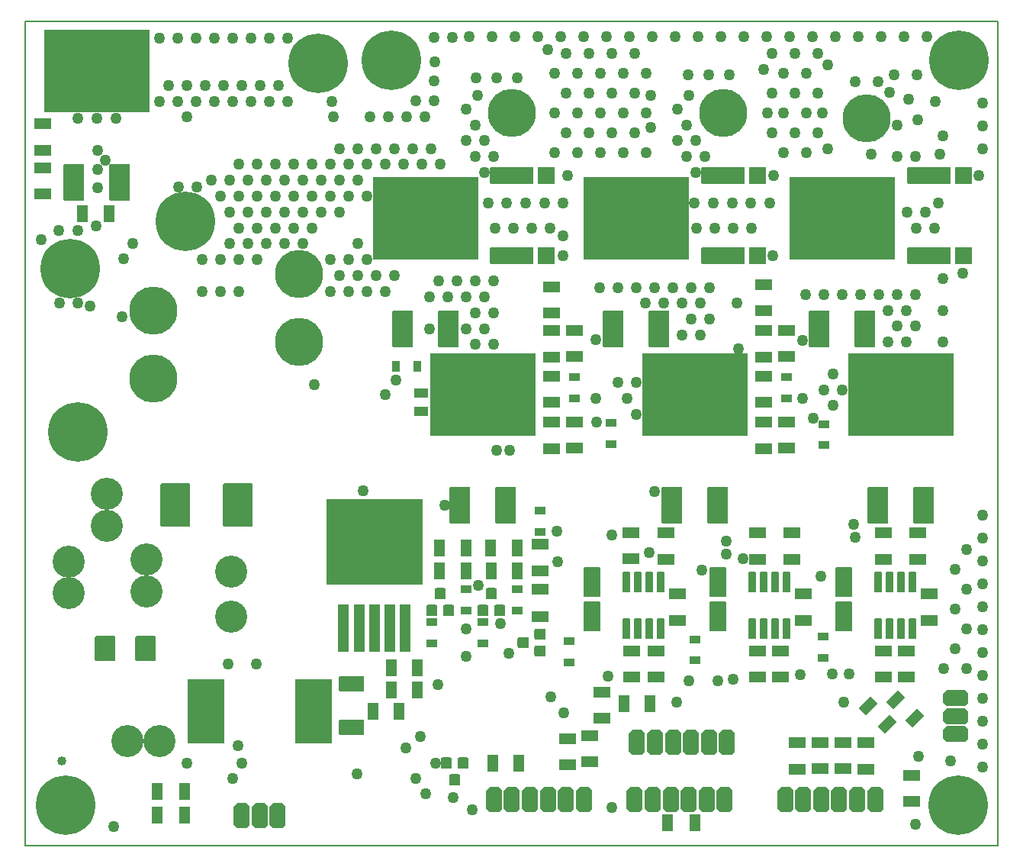
<source format=gbr>
G04 PROTEUS RS274X GERBER FILE*
%FSLAX45Y45*%
%MOMM*%
G01*
%ADD56C,1.270000*%
%ADD18C,1.016000*%
%AMPPAD051*
4,1,36,
2.413000,0.825500,
2.413000,-0.825500,
2.410470,-0.851470,
2.403200,-0.875480,
2.391650,-0.897080,
2.376290,-0.915790,
2.357570,-0.931150,
2.335980,-0.942700,
2.311970,-0.949970,
2.286000,-0.952500,
-2.286000,-0.952500,
-2.311970,-0.949970,
-2.335980,-0.942700,
-2.357570,-0.931150,
-2.376290,-0.915790,
-2.391650,-0.897080,
-2.403200,-0.875480,
-2.410470,-0.851470,
-2.413000,-0.825500,
-2.413000,0.825500,
-2.410470,0.851470,
-2.403200,0.875480,
-2.391650,0.897080,
-2.376290,0.915790,
-2.357570,0.931150,
-2.335980,0.942700,
-2.311970,0.949970,
-2.286000,0.952500,
2.286000,0.952500,
2.311970,0.949970,
2.335980,0.942700,
2.357570,0.931150,
2.376290,0.915790,
2.391650,0.897080,
2.403200,0.875480,
2.410470,0.851470,
2.413000,0.825500,
0*%
%ADD57PPAD051*%
%AMPPAD052*
4,1,36,
0.952500,0.825500,
0.952500,-0.825500,
0.949970,-0.851470,
0.942700,-0.875480,
0.931150,-0.897080,
0.915790,-0.915790,
0.897070,-0.931150,
0.875480,-0.942700,
0.851470,-0.949970,
0.825500,-0.952500,
-0.825500,-0.952500,
-0.851470,-0.949970,
-0.875480,-0.942700,
-0.897070,-0.931150,
-0.915790,-0.915790,
-0.931150,-0.897080,
-0.942700,-0.875480,
-0.949970,-0.851470,
-0.952500,-0.825500,
-0.952500,0.825500,
-0.949970,0.851470,
-0.942700,0.875480,
-0.931150,0.897080,
-0.915790,0.915790,
-0.897070,0.931150,
-0.875480,0.942700,
-0.851470,0.949970,
-0.825500,0.952500,
0.825500,0.952500,
0.851470,0.949970,
0.875480,0.942700,
0.897070,0.931150,
0.915790,0.915790,
0.931150,0.897080,
0.942700,0.875480,
0.949970,0.851470,
0.952500,0.825500,
0*%
%ADD58PPAD052*%
%ADD59C,5.334000*%
%AMPPAD054*
4,1,4,
-0.571500,2.603500,
0.571500,2.603500,
0.571500,-2.603500,
-0.571500,-2.603500,
-0.571500,2.603500,
0*%
%ADD60PPAD054*%
%AMPPAD055*
4,1,4,
-5.372100,-4.775200,
-5.372100,4.775200,
5.372100,4.775200,
5.372100,-4.775200,
-5.372100,-4.775200,
0*%
%ADD61PPAD055*%
%AMPPAD056*
4,1,36,
-1.905000,3.556000,
1.905000,3.556000,
1.930970,3.553470,
1.954980,3.546200,
1.976580,3.534650,
1.995290,3.519290,
2.010650,3.500570,
2.022200,3.478980,
2.029470,3.454970,
2.032000,3.429000,
2.032000,-3.429000,
2.029470,-3.454970,
2.022200,-3.478980,
2.010650,-3.500570,
1.995290,-3.519290,
1.976580,-3.534650,
1.954980,-3.546200,
1.930970,-3.553470,
1.905000,-3.556000,
-1.905000,-3.556000,
-1.930970,-3.553470,
-1.954980,-3.546200,
-1.976580,-3.534650,
-1.995290,-3.519290,
-2.010650,-3.500570,
-2.022200,-3.478980,
-2.029470,-3.454970,
-2.032000,-3.429000,
-2.032000,3.429000,
-2.029470,3.454970,
-2.022200,3.478980,
-2.010650,3.500570,
-1.995290,3.519290,
-1.976580,3.534650,
-1.954980,3.546200,
-1.930970,3.553470,
-1.905000,3.556000,
0*%
%ADD62PPAD056*%
%AMPPAD057*
4,1,36,
-1.397000,-0.736600,
-1.397000,0.736600,
-1.394470,0.762570,
-1.387200,0.786580,
-1.375650,0.808180,
-1.360290,0.826890,
-1.341570,0.842250,
-1.319980,0.853800,
-1.295970,0.861070,
-1.270000,0.863600,
1.270000,0.863600,
1.295970,0.861070,
1.319980,0.853800,
1.341570,0.842250,
1.360290,0.826890,
1.375650,0.808180,
1.387200,0.786580,
1.394470,0.762570,
1.397000,0.736600,
1.397000,-0.736600,
1.394470,-0.762570,
1.387200,-0.786580,
1.375650,-0.808180,
1.360290,-0.826890,
1.341570,-0.842250,
1.319980,-0.853800,
1.295970,-0.861070,
1.270000,-0.863600,
-1.270000,-0.863600,
-1.295970,-0.861070,
-1.319980,-0.853800,
-1.341570,-0.842250,
-1.360290,-0.826890,
-1.375650,-0.808180,
-1.387200,-0.786580,
-1.394470,-0.762570,
-1.397000,-0.736600,
0*%
%ADD63PPAD057*%
%AMPPAD058*
4,1,4,
-0.571500,0.901700,
0.571500,0.901700,
0.571500,-0.901700,
-0.571500,-0.901700,
-0.571500,0.901700,
0*%
%ADD64PPAD058*%
%ADD65C,6.604000*%
%AMPPAD060*
4,1,4,
0.901700,0.571500,
0.901700,-0.571500,
-0.901700,-0.571500,
-0.901700,0.571500,
0.901700,0.571500,
0*%
%ADD66PPAD060*%
%AMPPAD061*
4,1,36,
0.317500,-1.143000,
-0.317500,-1.143000,
-0.343470,-1.140470,
-0.367480,-1.133200,
-0.389080,-1.121650,
-0.407790,-1.106290,
-0.423150,-1.087570,
-0.434700,-1.065980,
-0.441970,-1.041970,
-0.444500,-1.016000,
-0.444500,1.016000,
-0.441970,1.041970,
-0.434700,1.065980,
-0.423150,1.087570,
-0.407790,1.106290,
-0.389080,1.121650,
-0.367480,1.133200,
-0.343470,1.140470,
-0.317500,1.143000,
0.317500,1.143000,
0.343470,1.140470,
0.367480,1.133200,
0.389080,1.121650,
0.407790,1.106290,
0.423150,1.087570,
0.434700,1.065980,
0.441970,1.041970,
0.444500,1.016000,
0.444500,-1.016000,
0.441970,-1.041970,
0.434700,-1.065980,
0.423150,-1.087570,
0.407790,-1.106290,
0.389080,-1.121650,
0.367480,-1.133200,
0.343470,-1.140470,
0.317500,-1.143000,
0*%
%ADD67PPAD061*%
%AMPPAD062*
4,1,36,
-0.825500,1.651000,
0.825500,1.651000,
0.851470,1.648470,
0.875480,1.641200,
0.897080,1.629650,
0.915790,1.614290,
0.931150,1.595570,
0.942700,1.573980,
0.949970,1.549970,
0.952500,1.524000,
0.952500,-1.524000,
0.949970,-1.549970,
0.942700,-1.573980,
0.931150,-1.595570,
0.915790,-1.614290,
0.897080,-1.629650,
0.875480,-1.641200,
0.851470,-1.648470,
0.825500,-1.651000,
-0.825500,-1.651000,
-0.851470,-1.648470,
-0.875480,-1.641200,
-0.897080,-1.629650,
-0.915790,-1.614290,
-0.931150,-1.595570,
-0.942700,-1.573980,
-0.949970,-1.549970,
-0.952500,-1.524000,
-0.952500,1.524000,
-0.949970,1.549970,
-0.942700,1.573980,
-0.931150,1.595570,
-0.915790,1.614290,
-0.897080,1.629650,
-0.875480,1.641200,
-0.851470,1.648470,
-0.825500,1.651000,
0*%
%ADD68PPAD062*%
%AMPPAD063*
4,1,36,
0.571500,0.317500,
0.571500,-0.317500,
0.568970,-0.343470,
0.561700,-0.367480,
0.550150,-0.389080,
0.534790,-0.407790,
0.516070,-0.423150,
0.494480,-0.434700,
0.470470,-0.441970,
0.444500,-0.444500,
-0.444500,-0.444500,
-0.470470,-0.441970,
-0.494480,-0.434700,
-0.516070,-0.423150,
-0.534790,-0.407790,
-0.550150,-0.389080,
-0.561700,-0.367480,
-0.568970,-0.343470,
-0.571500,-0.317500,
-0.571500,0.317500,
-0.568970,0.343470,
-0.561700,0.367480,
-0.550150,0.389080,
-0.534790,0.407790,
-0.516070,0.423150,
-0.494480,0.434700,
-0.470470,0.441970,
-0.444500,0.444500,
0.444500,0.444500,
0.470470,0.441970,
0.494480,0.434700,
0.516070,0.423150,
0.534790,0.407790,
0.550150,0.389080,
0.561700,0.367480,
0.568970,0.343470,
0.571500,0.317500,
0*%
%ADD69PPAD063*%
%AMPPAD064*
4,1,36,
0.444500,-0.635000,
-0.444500,-0.635000,
-0.470470,-0.632470,
-0.494480,-0.625200,
-0.516080,-0.613650,
-0.534790,-0.598290,
-0.550150,-0.579570,
-0.561700,-0.557980,
-0.568970,-0.533970,
-0.571500,-0.508000,
-0.571500,0.508000,
-0.568970,0.533970,
-0.561700,0.557980,
-0.550150,0.579570,
-0.534790,0.598290,
-0.516080,0.613650,
-0.494480,0.625200,
-0.470470,0.632470,
-0.444500,0.635000,
0.444500,0.635000,
0.470470,0.632470,
0.494480,0.625200,
0.516080,0.613650,
0.534790,0.598290,
0.550150,0.579570,
0.561700,0.557980,
0.568970,0.533970,
0.571500,0.508000,
0.571500,-0.508000,
0.568970,-0.533970,
0.561700,-0.557980,
0.550150,-0.579570,
0.534790,-0.598290,
0.516080,-0.613650,
0.494480,-0.625200,
0.470470,-0.632470,
0.444500,-0.635000,
0*%
%ADD74PPAD064*%
%AMPPAD065*
4,1,36,
0.635000,0.444500,
0.635000,-0.444500,
0.632470,-0.470470,
0.625200,-0.494480,
0.613650,-0.516080,
0.598290,-0.534790,
0.579570,-0.550150,
0.557980,-0.561700,
0.533970,-0.568970,
0.508000,-0.571500,
-0.508000,-0.571500,
-0.533970,-0.568970,
-0.557980,-0.561700,
-0.579570,-0.550150,
-0.598290,-0.534790,
-0.613650,-0.516080,
-0.625200,-0.494480,
-0.632470,-0.470470,
-0.635000,-0.444500,
-0.635000,0.444500,
-0.632470,0.470470,
-0.625200,0.494480,
-0.613650,0.516080,
-0.598290,0.534790,
-0.579570,0.550150,
-0.557980,0.561700,
-0.533970,0.568970,
-0.508000,0.571500,
0.508000,0.571500,
0.533970,0.568970,
0.557980,0.561700,
0.579570,0.550150,
0.598290,0.534790,
0.613650,0.516080,
0.625200,0.494480,
0.632470,0.470470,
0.635000,0.444500,
0*%
%ADD75PPAD065*%
%AMPPAD066*
4,1,8,
-1.397000,-0.509800,
-1.397000,0.509800,
-1.017800,0.889000,
1.017800,0.889000,
1.397000,0.509800,
1.397000,-0.509800,
1.017800,-0.889000,
-1.017800,-0.889000,
-1.397000,-0.509800,
0*%
%ADD76PPAD066*%
%AMPPAD067*
4,1,8,
-0.509800,1.397000,
0.509800,1.397000,
0.889000,1.017800,
0.889000,-1.017800,
0.509800,-1.397000,
-0.509800,-1.397000,
-0.889000,-1.017800,
-0.889000,1.017800,
-0.509800,1.397000,
0*%
%ADD77PPAD067*%
%ADD78C,3.556000*%
%AMPPAD069*
4,1,4,
0.723900,0.469900,
0.723900,-0.469900,
-0.723900,-0.469900,
-0.723900,0.469900,
0.723900,0.469900,
0*%
%ADD79PPAD069*%
%AMPPAD070*
4,1,36,
-5.715000,4.572000,
5.715000,4.572000,
5.740970,4.569470,
5.764980,4.562200,
5.786580,4.550650,
5.805290,4.535290,
5.820650,4.516570,
5.832200,4.494980,
5.839470,4.470970,
5.842000,4.445000,
5.842000,-4.445000,
5.839470,-4.470970,
5.832200,-4.494980,
5.820650,-4.516570,
5.805290,-4.535290,
5.786580,-4.550650,
5.764980,-4.562200,
5.740970,-4.569470,
5.715000,-4.572000,
-5.715000,-4.572000,
-5.740970,-4.569470,
-5.764980,-4.562200,
-5.786580,-4.550650,
-5.805290,-4.535290,
-5.820650,-4.516570,
-5.832200,-4.494980,
-5.839470,-4.470970,
-5.842000,-4.445000,
-5.842000,4.445000,
-5.839470,4.470970,
-5.832200,4.494980,
-5.820650,4.516570,
-5.805290,4.535290,
-5.786580,4.550650,
-5.764980,4.562200,
-5.740970,4.569470,
-5.715000,4.572000,
0*%
%ADD80PPAD070*%
%AMPPAD071*
4,1,36,
-1.016000,2.032000,
1.016000,2.032000,
1.041970,2.029470,
1.065980,2.022200,
1.087580,2.010650,
1.106290,1.995290,
1.121650,1.976570,
1.133200,1.954980,
1.140470,1.930970,
1.143000,1.905000,
1.143000,-1.905000,
1.140470,-1.930970,
1.133200,-1.954980,
1.121650,-1.976570,
1.106290,-1.995290,
1.087580,-2.010650,
1.065980,-2.022200,
1.041970,-2.029470,
1.016000,-2.032000,
-1.016000,-2.032000,
-1.041970,-2.029470,
-1.065980,-2.022200,
-1.087580,-2.010650,
-1.106290,-1.995290,
-1.121650,-1.976570,
-1.133200,-1.954980,
-1.140470,-1.930970,
-1.143000,-1.905000,
-1.143000,1.905000,
-1.140470,1.930970,
-1.133200,1.954980,
-1.121650,1.976570,
-1.106290,1.995290,
-1.087580,2.010650,
-1.065980,2.022200,
-1.041970,2.029470,
-1.016000,2.032000,
0*%
%ADD81PPAD071*%
%AMPPAD072*
4,1,36,
-0.317500,0.571500,
0.317500,0.571500,
0.343470,0.568970,
0.367480,0.561700,
0.389080,0.550150,
0.407790,0.534790,
0.423150,0.516070,
0.434700,0.494480,
0.441970,0.470470,
0.444500,0.444500,
0.444500,-0.444500,
0.441970,-0.470470,
0.434700,-0.494480,
0.423150,-0.516070,
0.407790,-0.534790,
0.389080,-0.550150,
0.367480,-0.561700,
0.343470,-0.568970,
0.317500,-0.571500,
-0.317500,-0.571500,
-0.343470,-0.568970,
-0.367480,-0.561700,
-0.389080,-0.550150,
-0.407790,-0.534790,
-0.423150,-0.516070,
-0.434700,-0.494480,
-0.441970,-0.470470,
-0.444500,-0.444500,
-0.444500,0.444500,
-0.441970,0.470470,
-0.434700,0.494480,
-0.423150,0.516070,
-0.407790,0.534790,
-0.389080,0.550150,
-0.367480,0.561700,
-0.343470,0.568970,
-0.317500,0.571500,
0*%
%ADD82PPAD072*%
%AMPPAD032*
4,1,4,
-0.233490,-1.041710,
-1.041710,-0.233490,
0.233490,1.041710,
1.041710,0.233490,
-0.233490,-1.041710,
0*%
%ADD38PPAD032*%
%AMPPAD073*
4,1,36,
1.524000,-2.413000,
-1.524000,-2.413000,
-1.549970,-2.410470,
-1.573980,-2.403200,
-1.595580,-2.391650,
-1.614290,-2.376290,
-1.629650,-2.357570,
-1.641200,-2.335980,
-1.648470,-2.311970,
-1.651000,-2.286000,
-1.651000,2.286000,
-1.648470,2.311970,
-1.641200,2.335980,
-1.629650,2.357570,
-1.614290,2.376290,
-1.595580,2.391650,
-1.573980,2.403200,
-1.549970,2.410470,
-1.524000,2.413000,
1.524000,2.413000,
1.549970,2.410470,
1.573980,2.403200,
1.595580,2.391650,
1.614290,2.376290,
1.629650,2.357570,
1.641200,2.335980,
1.648470,2.311970,
1.651000,2.286000,
1.651000,-2.286000,
1.648470,-2.311970,
1.641200,-2.335980,
1.629650,-2.357570,
1.614290,-2.376290,
1.595580,-2.391650,
1.573980,-2.403200,
1.549970,-2.410470,
1.524000,-2.413000,
0*%
%ADD83PPAD073*%
%AMPPAD074*
4,1,36,
-1.016000,1.397000,
1.016000,1.397000,
1.041970,1.394470,
1.065980,1.387200,
1.087580,1.375650,
1.106290,1.360290,
1.121650,1.341570,
1.133200,1.319980,
1.140470,1.295970,
1.143000,1.270000,
1.143000,-1.270000,
1.140470,-1.295970,
1.133200,-1.319980,
1.121650,-1.341570,
1.106290,-1.360290,
1.087580,-1.375650,
1.065980,-1.387200,
1.041970,-1.394470,
1.016000,-1.397000,
-1.016000,-1.397000,
-1.041970,-1.394470,
-1.065980,-1.387200,
-1.087580,-1.375650,
-1.106290,-1.360290,
-1.121650,-1.341570,
-1.133200,-1.319980,
-1.140470,-1.295970,
-1.143000,-1.270000,
-1.143000,1.270000,
-1.140470,1.295970,
-1.133200,1.319980,
-1.121650,1.341570,
-1.106290,1.360290,
-1.087580,1.375650,
-1.065980,1.387200,
-1.041970,1.394470,
-1.016000,1.397000,
0*%
%ADD84PPAD074*%
%ADD41C,0.203200*%
D56*
X+4013200Y+1052310D03*
X+3911600Y+1228286D03*
X+4114800Y+1228286D03*
X+3810000Y+1404262D03*
X+4013200Y+1404262D03*
X+3911600Y+1580238D03*
X+3810000Y+1756214D03*
X+3937000Y+1905000D03*
X+8597900Y+1228286D03*
X+8801100Y+1228286D03*
X+8597900Y+1580238D03*
X+8724900Y+1866900D03*
X+6363969Y+1052310D03*
X+6262369Y+1228286D03*
X+6465569Y+1228286D03*
X+6160769Y+1404262D03*
X+6363969Y+1404262D03*
X+6262369Y+1580238D03*
X+6160769Y+1756214D03*
X+6286500Y+1905000D03*
X+7747000Y-3429000D03*
X+6428649Y-3363510D03*
X+8305800Y+1257545D03*
X+9067800Y+1257545D03*
X+8509000Y+1943100D03*
X+8559800Y+2137425D03*
X+8813800Y+2137425D03*
X+7519052Y-4519896D03*
X+7874000Y-4508500D03*
X+3811743Y-4009908D03*
X+3810000Y-4318000D03*
X+5384021Y-4535575D03*
X+4283159Y-4283011D03*
X+4826045Y-3267760D03*
X+2667000Y-2476500D03*
X+7543800Y-812800D03*
X+8127850Y-2993866D03*
X+8118219Y-2853714D03*
X+5249412Y-804176D03*
X+6696244Y-3035770D03*
X+5257800Y-1714500D03*
X+5905500Y-2489200D03*
X+6698805Y-3180794D03*
X+7664736Y-1676863D03*
X+8826500Y+1638300D03*
X+9105900Y+1460500D03*
X+8802625Y-6177544D03*
X+8064500Y-4508500D03*
X+8001000Y-4826000D03*
X+6286500Y-4584700D03*
X+6604000Y-4584700D03*
X+6153231Y-4826944D03*
X+6778656Y-4571579D03*
X+3944752Y-3532550D03*
X+5431385Y-2971800D03*
X+5842000Y-3162300D03*
X+6883138Y-3230089D03*
X+6832600Y-901700D03*
D18*
X+5249124Y-1453322D03*
D56*
X+3850575Y+2560320D03*
X+4104575Y+2560320D03*
X+4358575Y+2560320D03*
X+4612575Y+2560320D03*
X+4866575Y+2560320D03*
X+5120575Y+2560320D03*
X+5374575Y+2560320D03*
X+5628575Y+2560320D03*
X+5882575Y+2560320D03*
X+6136575Y+2560320D03*
X+6390575Y+2560320D03*
X+6644575Y+2560320D03*
X+6898575Y+2560320D03*
X+7152575Y+2560320D03*
X+7406575Y+2560320D03*
X+7660575Y+2560320D03*
X+7914575Y+2560320D03*
X+8168575Y+2560320D03*
X+8422575Y+2560320D03*
X+8676575Y+2560320D03*
X+8930575Y+2560320D03*
X+9545320Y+1821839D03*
X+9545320Y+1567839D03*
X+9545320Y+1313839D03*
X+9545320Y-2750161D03*
X+9545320Y-3004161D03*
X+9545320Y-3258161D03*
X+9545320Y-3512161D03*
X+9545320Y-3766161D03*
X+9545320Y-4020161D03*
X+9545320Y-4274161D03*
X+9545320Y-4528161D03*
X+9545320Y-4782161D03*
X+9545320Y-5036161D03*
X+9545320Y-5290161D03*
X+9545320Y-5544161D03*
X+5430518Y-5990308D03*
X+9113518Y-4450518D03*
X+9367518Y-4450518D03*
X+9240518Y-4230548D03*
X+9367518Y-4010578D03*
X+9240518Y-3790608D03*
X+9367518Y-3570638D03*
X+9240518Y-3350668D03*
X+9367518Y-3130698D03*
X+4795518Y+1268702D03*
X+5049518Y+1268702D03*
X+5303518Y+1268702D03*
X+5557518Y+1268702D03*
X+5811518Y+1268702D03*
X+7335518Y+1268702D03*
X+7589518Y+1268702D03*
X+4922518Y+1488672D03*
X+5176518Y+1488672D03*
X+5430518Y+1488672D03*
X+5684518Y+1488672D03*
X+7208518Y+1488672D03*
X+7462518Y+1488672D03*
X+7716518Y+1488672D03*
X+4795518Y+1708642D03*
X+5049518Y+1708642D03*
X+5303518Y+1708642D03*
X+5557518Y+1708642D03*
X+5811518Y+1708642D03*
X+7335518Y+1708642D03*
X+7589518Y+1708642D03*
X+4922518Y+1928612D03*
X+5176518Y+1928612D03*
X+5430518Y+1928612D03*
X+5684518Y+1928612D03*
X+7208518Y+1928612D03*
X+7462518Y+1928612D03*
X+7716518Y+1928612D03*
X+4795518Y+2148582D03*
X+5049518Y+2148582D03*
X+5303518Y+2148582D03*
X+5557518Y+2148582D03*
X+5811518Y+2148582D03*
X+7335518Y+2148582D03*
X+7589518Y+2148582D03*
X+4922518Y+2368552D03*
X+5176518Y+2368552D03*
X+5430518Y+2368552D03*
X+5684518Y+2368552D03*
X+7208518Y+2368552D03*
X+7462518Y+2368552D03*
X+7716518Y+2368552D03*
X+5249412Y-1454150D03*
X+7545632Y-1454630D03*
X+2602489Y-5621043D03*
X+7226300Y+1016000D03*
X+7213600Y+127000D03*
X+4940300Y+1016000D03*
X+4889500Y+127000D03*
X+9321800Y-63500D03*
X+9499600Y+1016000D03*
X+8831424Y-5427206D03*
X+3034848Y-1251986D03*
X+3576345Y-2643122D03*
X+4818888Y-2925288D03*
X+9016999Y+1837037D03*
X+8127999Y+2057007D03*
X+8381999Y+2057007D03*
X+3924300Y+2105292D03*
X+4152900Y+2105292D03*
X+4381500Y+2105292D03*
X+6273914Y+2139798D03*
X+6502514Y+2139798D03*
X+6731114Y+2139798D03*
X+3500118Y-4626494D03*
X+7157718Y+1708642D03*
X+7767318Y+1708642D03*
X+4719318Y+2412546D03*
X+1021080Y+1841696D03*
X+1224280Y+1841696D03*
X+1427480Y+1841696D03*
X+1630680Y+1841696D03*
X+1833880Y+1841696D03*
X+513080Y+2017672D03*
X+716280Y+2017672D03*
X+919480Y+2017672D03*
X+1122680Y+2017672D03*
X+1325880Y+2017672D03*
X+1529080Y+2017672D03*
X+1732280Y+2017672D03*
X+411480Y+2545600D03*
X+614680Y+2545600D03*
X+817880Y+2545600D03*
X+1021080Y+2545600D03*
X+1224280Y+2545600D03*
X+1427480Y+2545600D03*
X+1630680Y+2545600D03*
X+1833880Y+2545600D03*
X+886143Y-266666D03*
X+1089343Y-266666D03*
X+1292543Y-266666D03*
X+2308543Y-266666D03*
X+2511743Y-266666D03*
X+2714943Y-266666D03*
X+2918143Y-266666D03*
X+2410143Y-90690D03*
X+2613343Y-90690D03*
X+2816543Y-90690D03*
X+3019743Y-90690D03*
X+886143Y+85286D03*
X+1089343Y+85286D03*
X+1292543Y+85286D03*
X+1495743Y+85286D03*
X+2308543Y+85286D03*
X+2511743Y+85286D03*
X+2714943Y+85286D03*
X+1190943Y+261262D03*
X+1394143Y+261262D03*
X+1597343Y+261262D03*
X+1800543Y+261262D03*
X+2003743Y+261262D03*
X+2613343Y+261262D03*
X+1292543Y+437238D03*
X+1495743Y+437238D03*
X+1698943Y+437238D03*
X+1902143Y+437238D03*
X+2105343Y+437238D03*
X+4137343Y+437238D03*
X+4340543Y+437238D03*
X+4543743Y+437238D03*
X+4746943Y+437238D03*
X+6372543Y+437238D03*
X+6575743Y+437238D03*
X+6778943Y+437238D03*
X+6982143Y+437238D03*
X+8810943Y+437238D03*
X+9014143Y+437238D03*
X+1190943Y+613214D03*
X+1394143Y+613214D03*
X+1597343Y+613214D03*
X+1800543Y+613214D03*
X+2003743Y+613214D03*
X+2206943Y+613214D03*
X+2410143Y+613214D03*
X+8709343Y+613214D03*
X+8912543Y+613214D03*
X+1089343Y+789190D03*
X+1292543Y+789190D03*
X+1495743Y+789190D03*
X+1698943Y+789190D03*
X+1902143Y+789190D03*
X+2105343Y+789190D03*
X+2308543Y+789190D03*
X+2511743Y+789190D03*
X+2714943Y+789190D03*
X+987743Y+965166D03*
X+1190943Y+965166D03*
X+1394143Y+965166D03*
X+1597343Y+965166D03*
X+1800543Y+965166D03*
X+2003743Y+965166D03*
X+2206943Y+965166D03*
X+2410143Y+965166D03*
X+2613343Y+965166D03*
X+1292543Y+1141142D03*
X+1495743Y+1141142D03*
X+1698943Y+1141142D03*
X+1902143Y+1141142D03*
X+2105343Y+1141142D03*
X+2308543Y+1141142D03*
X+2511743Y+1141142D03*
X+2714943Y+1141142D03*
X+2918143Y+1141142D03*
X+3121343Y+1141142D03*
X+3324543Y+1141142D03*
X+3527743Y+1141142D03*
X+2410143Y+1317118D03*
X+2613343Y+1317118D03*
X+2816543Y+1317118D03*
X+3019743Y+1317118D03*
X+3222943Y+1317118D03*
X+3426143Y+1317118D03*
X+10160Y+92548D03*
X+111760Y+268524D03*
X+7828280Y+1317455D03*
X+2748280Y+1669407D03*
X+2951480Y+1669407D03*
X+3154680Y+1669407D03*
X+3357880Y+1669407D03*
X+3256280Y+1845383D03*
X+3459480Y+1845383D03*
X+7117080Y+2197335D03*
X+3459480Y+2549287D03*
X+3662680Y+2549287D03*
X+4191000Y-3949700D03*
X+3472115Y-5497269D03*
X+3671704Y-5885200D03*
X+2130561Y-1303277D03*
X+2915774Y-1409717D03*
X+4292600Y-2032000D03*
X+4895850Y-4946650D03*
X+3145817Y-5333103D03*
X+4152900Y-2032000D03*
X+4752309Y-4765009D03*
X+3302000Y-5207000D03*
X+716280Y+1665720D03*
X+2341880Y+1665720D03*
X+411480Y+1841696D03*
X+614680Y+1841696D03*
X+817880Y+1841696D03*
X-701040Y-395875D03*
X-497840Y-395875D03*
X-904240Y+308029D03*
X-193040Y+1187909D03*
X-96520Y-6201665D03*
X+1224280Y-5673737D03*
X+3256280Y-5673737D03*
X+716280Y-5497761D03*
X+1325880Y-5497761D03*
X+3459480Y+2069207D03*
X+7828280Y+2245183D03*
X-5081Y-548813D03*
X+4889499Y+353062D03*
X+4056379Y+713812D03*
X+4264659Y+713812D03*
X+4472939Y+713812D03*
X+4681219Y+713812D03*
X+4889499Y+713812D03*
X+6347459Y+713812D03*
X+6555739Y+713812D03*
X+6764019Y+713812D03*
X+6972299Y+713812D03*
X+7180579Y+713812D03*
X+9055099Y+713812D03*
X+619759Y+894187D03*
X+828039Y+894187D03*
X-492760Y+1654722D03*
X-284480Y+1654722D03*
X-76200Y+1654722D03*
X+2319020Y+1835097D03*
X+3881120Y-6019846D03*
X+3360420Y-5839471D03*
X+9192260Y-5478721D03*
X+1485900Y-4396471D03*
X+3464560Y+2277404D03*
X+1277620Y-5306641D03*
X+1173480Y-4404766D03*
X+5859780Y+1547609D03*
X+5859780Y+1908359D03*
X-357008Y-427894D03*
X-706169Y+406400D03*
X-497889Y+406400D03*
X-297392Y+462804D03*
X-279400Y+878585D03*
X-279400Y+1086865D03*
X-279400Y+1295145D03*
X+3913451Y-857244D03*
X+4116651Y-857244D03*
X+3405451Y-681268D03*
X+3811851Y-681268D03*
X+4015051Y-681268D03*
X+3913451Y-505292D03*
X+4116651Y-505292D03*
X+3405451Y-329316D03*
X+3608651Y-329316D03*
X+3811851Y-329316D03*
X+4015051Y-329316D03*
X+3507051Y-153340D03*
X+3710251Y-153340D03*
X+3913451Y-153340D03*
X+4116651Y-153340D03*
X+5697295Y-1631085D03*
X+5595695Y-1455109D03*
X+5494095Y-1279133D03*
X+5697295Y-1279133D03*
X+6205295Y-751205D03*
X+6408495Y-751205D03*
X+6306895Y-575229D03*
X+6510095Y-575229D03*
X+5798895Y-399253D03*
X+6002095Y-399253D03*
X+6205295Y-399253D03*
X+6408495Y-399253D03*
X+6814895Y-399253D03*
X+5290895Y-223277D03*
X+5494095Y-223277D03*
X+5697295Y-223277D03*
X+5900495Y-223277D03*
X+6103695Y-223277D03*
X+6306895Y-223277D03*
X+6510095Y-223277D03*
X+7881619Y-1533571D03*
X+7780019Y-1357595D03*
X+7983219Y-1357595D03*
X+7881619Y-1181619D03*
X+8491219Y-829667D03*
X+8694419Y-829667D03*
X+9100819Y-829667D03*
X+8592819Y-653691D03*
X+8796019Y-653691D03*
X+8491219Y-477715D03*
X+8694419Y-477715D03*
X+9100819Y-477715D03*
X+7576819Y-301739D03*
X+7780019Y-301739D03*
X+7983219Y-301739D03*
X+8186419Y-301739D03*
X+8389619Y-301739D03*
X+8592819Y-301739D03*
X+8796019Y-301739D03*
X+9100819Y-125763D03*
D18*
X-672147Y-5478139D03*
D57*
X+6667500Y+1016000D03*
X+6667500Y+127000D03*
D58*
X+7048500Y+127000D03*
X+7048500Y+1016000D03*
D57*
X+8953500Y+1016000D03*
X+8953500Y+127000D03*
D58*
X+9334500Y+127000D03*
X+9334500Y+1016000D03*
D57*
X+4318000Y+1016000D03*
X+4318000Y+127000D03*
D58*
X+4699000Y+127000D03*
X+4699000Y+1016000D03*
D59*
X+4318000Y+1714500D03*
X+6667500Y+1714500D03*
X+8255000Y+1651000D03*
D60*
X+2453640Y-4000500D03*
X+2623820Y-4000500D03*
X+2794000Y-4000500D03*
X+2964180Y-4000500D03*
X+3134360Y-4000500D03*
D61*
X+2794000Y-3048000D03*
D62*
X+2120900Y-4927600D03*
X+927100Y-4927600D03*
D63*
X+2540000Y-5102800D03*
X+2540000Y-4622800D03*
D64*
X+387842Y-6078500D03*
X+687842Y-6078500D03*
X+3274500Y-4445000D03*
X+2984500Y-4445000D03*
D65*
X-495300Y-1828800D03*
X-580503Y-12700D03*
D66*
X+6032500Y-2948500D03*
X+6032500Y-3238500D03*
X+5638800Y-2946400D03*
X+5638800Y-3236400D03*
D67*
X+5588000Y-4013200D03*
X+5715000Y-4013200D03*
X+5842000Y-4013200D03*
X+5969000Y-4013200D03*
X+5969000Y-3492500D03*
X+5842000Y-3492500D03*
X+5715000Y-3492500D03*
X+5588000Y-3492500D03*
X+6985000Y-4013200D03*
X+7112000Y-4013200D03*
X+7239000Y-4013200D03*
X+7366000Y-4013200D03*
X+7366000Y-3492500D03*
X+7239000Y-3492500D03*
X+7112000Y-3492500D03*
X+6985000Y-3492500D03*
X+8382000Y-4013200D03*
X+8509000Y-4013200D03*
X+8636000Y-4013200D03*
X+8763000Y-4013200D03*
X+8763000Y-3492500D03*
X+8636000Y-3492500D03*
X+8509000Y-3492500D03*
X+8382000Y-3492500D03*
D66*
X+7048500Y-2948500D03*
X+7048500Y-3238500D03*
D68*
X+5207000Y-3492500D03*
X+5207000Y-3873500D03*
X+6604000Y-3492500D03*
X+6604000Y-3873500D03*
X+8001000Y-3492500D03*
X+8001000Y-3873500D03*
D69*
X+4953000Y-4381500D03*
X+4953000Y-4146550D03*
X+6350000Y-4362450D03*
X+6350000Y-4127500D03*
X+7778750Y-4330700D03*
X+7778750Y-4095750D03*
D66*
X+6159500Y-3619500D03*
X+6159500Y-3919500D03*
X+7556500Y-3619500D03*
X+7556500Y-3919500D03*
X+8953500Y-3619500D03*
X+8953500Y-3919500D03*
X+7429500Y-2948500D03*
X+7429500Y-3238500D03*
X+8445500Y-2948500D03*
X+8445500Y-3238500D03*
X+8826500Y-2948500D03*
X+8826500Y-3238500D03*
X+5651500Y-4544500D03*
X+5651500Y-4254500D03*
X+5923000Y-4544500D03*
X+5923000Y-4254500D03*
X+7048500Y-4544500D03*
X+7048500Y-4254500D03*
X+5016500Y-698500D03*
X+5016500Y-988500D03*
X+4762500Y-218000D03*
X+4762500Y-508000D03*
X+5016500Y-1714500D03*
X+5016500Y-2004500D03*
X+4762500Y-1206500D03*
X+4762500Y-1496500D03*
X+4762500Y-698500D03*
X+4762500Y-998500D03*
X+4762500Y-1714500D03*
X+4762500Y-2014500D03*
X+7112000Y-698500D03*
X+7112000Y-998500D03*
X+7112000Y-1714500D03*
X+7112000Y-2014500D03*
X+7366000Y-698500D03*
X+7366000Y-988500D03*
X+7112000Y-190500D03*
X+7112000Y-480500D03*
X+7366000Y-1714500D03*
X+7366000Y-2004500D03*
X+7112000Y-1206500D03*
X+7112000Y-1496500D03*
D74*
X+3522980Y-3619500D03*
X+3429000Y-3810000D03*
X+3616960Y-3810000D03*
X+4094480Y-3619500D03*
X+4000500Y-3810000D03*
X+4188460Y-3810000D03*
D75*
X+4445000Y-4160520D03*
X+4635500Y-4254500D03*
X+4635500Y-4066540D03*
D69*
X+3810000Y-3575050D03*
X+3810000Y-3810000D03*
X+3429000Y-3937000D03*
X+3429000Y-4171950D03*
X+4381500Y-3575050D03*
X+4381500Y-3810000D03*
X+4000500Y-3937000D03*
X+4000500Y-4171950D03*
D64*
X+3520000Y-3365500D03*
X+3810000Y-3365500D03*
X+3520000Y-3111500D03*
X+3810000Y-3111500D03*
X+4381500Y-3365500D03*
X+4091500Y-3365500D03*
D66*
X+4635500Y-3075500D03*
X+4635500Y-3365500D03*
X+4635500Y-3873500D03*
X+4635500Y-3573500D03*
D64*
X+4381500Y-3111500D03*
X+4081500Y-3111500D03*
D66*
X+8699500Y-4544500D03*
X+8699500Y-4254500D03*
D64*
X+6350000Y-6159500D03*
X+6050000Y-6159500D03*
D66*
X+8245500Y-5570500D03*
X+8245500Y-5270500D03*
X+7483500Y-5570499D03*
X+7483500Y-5270500D03*
D76*
X+9245600Y-5181500D03*
X+9245600Y-4981500D03*
X+9245600Y-4781500D03*
D66*
X+7302500Y-4544500D03*
X+7302500Y-4254500D03*
X+8445500Y-4544500D03*
X+8445500Y-4254500D03*
X+8753500Y-5635301D03*
X+8753500Y-5925301D03*
X+7991500Y-5270500D03*
X+7991500Y-5560500D03*
X+7737500Y-5270500D03*
X+7737500Y-5560500D03*
D77*
X+8356500Y-5905500D03*
X+8156500Y-5905500D03*
X+7956500Y-5905500D03*
X+7756500Y-5905500D03*
X+7556500Y-5905500D03*
X+7356500Y-5905500D03*
D65*
X+2169810Y+2259156D03*
X+700394Y+507979D03*
D59*
X+1955800Y-76200D03*
X+1955800Y-826200D03*
X+342900Y-482600D03*
X+342900Y-1232600D03*
D65*
X+9283700Y+2298700D03*
X+2984500Y+2298700D03*
X+9271000Y-5969000D03*
X-635000Y-5969000D03*
D77*
X+4124500Y-5905500D03*
X+4324500Y-5905500D03*
X+4524500Y-5905500D03*
X+4724500Y-5905500D03*
X+4924500Y-5905500D03*
X+5124500Y-5905500D03*
X+5686500Y-5905500D03*
X+5886500Y-5905500D03*
X+6086500Y-5905500D03*
X+6286500Y-5905500D03*
X+6486500Y-5905500D03*
X+6686500Y-5905500D03*
X+5712000Y-5270500D03*
X+5912000Y-5270500D03*
X+6112000Y-5270500D03*
X+6312000Y-5270500D03*
X+6512000Y-5270500D03*
X+6712000Y-5270500D03*
X+1722985Y-6086392D03*
X+1522985Y-6086392D03*
X+1322985Y-6086392D03*
D78*
X+1206500Y-3873500D03*
X+1206500Y-3373500D03*
D79*
X+3314700Y-1395119D03*
X+3314700Y-1595119D03*
D80*
X+3365500Y+546100D03*
D81*
X+3111500Y-685800D03*
X+3619500Y-685800D03*
D80*
X+4000500Y-1409700D03*
D81*
X+3746500Y-2641600D03*
X+4254500Y-2641600D03*
D80*
X+5702300Y+546100D03*
D81*
X+5448300Y-685800D03*
X+5956300Y-685800D03*
D80*
X+6350000Y-1409700D03*
D81*
X+6096000Y-2641600D03*
X+6604000Y-2641600D03*
D80*
X+7988300Y+546100D03*
D81*
X+7734300Y-685800D03*
X+8242300Y-685800D03*
D80*
X+8636000Y-1409700D03*
D81*
X+8382000Y-2641600D03*
X+8890000Y-2641600D03*
D64*
X+3274500Y-4686300D03*
X+2984500Y-4686300D03*
X+2781300Y-4927600D03*
X+3071300Y-4927600D03*
D78*
X-177800Y-2514600D03*
X-177800Y-2864600D03*
X-596900Y-3613900D03*
X-596900Y-3263900D03*
X+56400Y-5257800D03*
X+406400Y-5257800D03*
X+266700Y-3594100D03*
X+266700Y-3244100D03*
D64*
X+385800Y-5816600D03*
X+685800Y-5816600D03*
D69*
X+4635500Y-2933700D03*
X+4635500Y-2698750D03*
D82*
X+3270250Y-1100000D03*
X+3035300Y-1100000D03*
D69*
X+5016500Y-1219200D03*
X+5016500Y-1454150D03*
X+5422900Y-1962150D03*
X+5422900Y-1727200D03*
X+7366000Y-1219200D03*
X+7366000Y-1454150D03*
X+7785100Y-1974850D03*
X+7785100Y-1739900D03*
D38*
X+8788400Y-5003800D03*
X+8583339Y-4798739D03*
X+8483600Y-5067300D03*
X+8278539Y-4862239D03*
D66*
X+4940300Y-5232400D03*
X+4940300Y-5522400D03*
X+5181600Y-5194300D03*
X+5181600Y-5484300D03*
D64*
X+5562600Y-4838700D03*
X+5852600Y-4838700D03*
D66*
X+5321300Y-5001700D03*
X+5321300Y-4711700D03*
D80*
X-288358Y+2174307D03*
D81*
X-542358Y+942407D03*
X-34358Y+942407D03*
D74*
X+3688080Y-5689600D03*
X+3782060Y-5499100D03*
X+3594100Y-5499100D03*
D64*
X-442400Y+596900D03*
X-152400Y+596900D03*
X+4110000Y-5500000D03*
X+4400000Y-5500000D03*
D66*
X-889000Y+1104900D03*
X-889000Y+814900D03*
X-889000Y+1595400D03*
X-889000Y+1295400D03*
D83*
X+1284200Y-2641600D03*
X+584200Y-2641600D03*
D84*
X-187960Y-4229100D03*
X+254000Y-4229100D03*
D41*
X-1079500Y-6413500D02*
X+9715500Y-6413500D01*
X+9715500Y+2730500D01*
X-1079500Y+2730500D01*
X-1079500Y-6413500D01*
M02*

</source>
